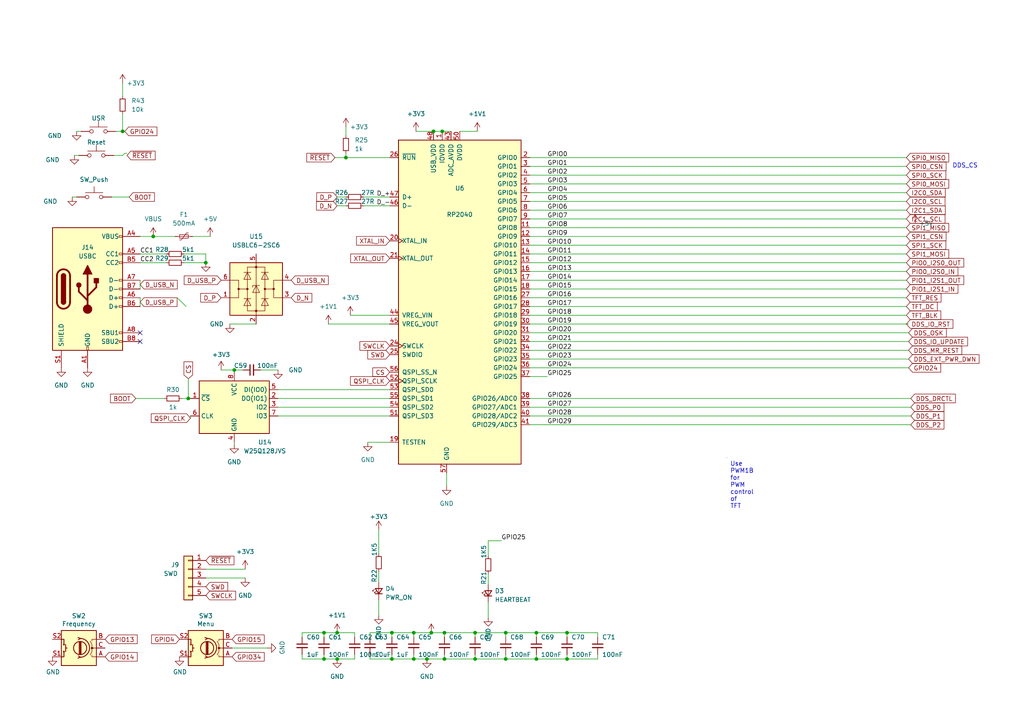
<source format=kicad_sch>
(kicad_sch (version 20230121) (generator eeschema)
  (paper "A4")
  (lib_symbols
    (symbol "Connector:USB_C_Receptacle_USB2.0" (pin_names (offset 1.016))
      (property "Reference" "J" (at -10.16 19.05 0))
      (property "Value" "USB_C_Receptacle_USB2.0" (at 19.05 19.05 0))
      (symbol "USB_C_Receptacle_USB2.0_1_1"
        (pin passive line (at 0 -22.86 90) (length 5.08) (name "GND") (number "A1"))
        (pin passive line (at 0 -22.86 90) (length 5.08) hide (name "GND") (number "A12"))
        (pin passive line (at 15.24 15.24 180) (length 5.08) (name "VBUS") (number "A4"))
        (pin bidirectional line (at 15.24 10.16 180) (length 5.08) (name "CC1") (number "A5"))
        (pin bidirectional line (at 15.24 -2.54 180) (length 5.08) (name "D+") (number "A6"))
        (pin bidirectional line (at 15.24 2.54 180) (length 5.08) (name "D-") (number "A7"))
        (pin bidirectional line (at 15.24 -12.7 180) (length 5.08) (name "SBU1") (number "A8"))
        (pin passive line (at 15.24 15.24 180) (length 5.08) hide (name "VBUS") (number "A9"))
        (pin passive line (at 0 -22.86 90) (length 5.08) hide (name "GND") (number "B1"))
        (pin passive line (at 0 -22.86 90) (length 5.08) hide (name "GND") (number "B12"))
        (pin passive line (at 15.24 15.24 180) (length 5.08) hide (name "VBUS") (number "B4"))
        (pin bidirectional line (at 15.24 7.62 180) (length 5.08) (name "CC2") (number "B5"))
        (pin bidirectional line (at 15.24 -5.08 180) (length 5.08) (name "D+") (number "B6"))
        (pin bidirectional line (at 15.24 0 180) (length 5.08) (name "D-") (number "B7"))
        (pin bidirectional line (at 15.24 -15.24 180) (length 5.08) (name "SBU2") (number "B8"))
        (pin passive line (at 15.24 15.24 180) (length 5.08) hide (name "VBUS") (number "B9"))
        (pin passive line (at -7.62 -22.86 90) (length 5.08) (name "SHIELD") (number "S1"))
      )
    )
    (symbol "Connector_Generic:Conn_01x05" (pin_names (offset 1.016) hide)
      (property "Reference" "J" (at 0 7.62 0))
      (property "Value" "Conn_01x05" (at 0 -7.62 0))
      (symbol "Conn_01x05_1_1"
        (pin passive line (at -5.08 5.08 0) (length 3.81) (name "Pin_1") (number "1"))
        (pin passive line (at -5.08 2.54 0) (length 3.81) (name "Pin_2") (number "2"))
        (pin passive line (at -5.08 0 0) (length 3.81) (name "Pin_3") (number "3"))
        (pin passive line (at -5.08 -2.54 0) (length 3.81) (name "Pin_4") (number "4"))
        (pin passive line (at -5.08 -5.08 0) (length 3.81) (name "Pin_5") (number "5"))
      )
    )
    (symbol "Device:C_Small" (pin_numbers hide) (pin_names (offset 0.254) hide)
      (property "Reference" "C" (at 0.254 1.778 0))
      (property "Value" "C_Small" (at 0.254 -2.032 0))
      (symbol "C_Small_1_1"
        (pin passive line (at 0 2.54 270) (length 2.032) (name "~") (number "1"))
        (pin passive line (at 0 -2.54 90) (length 2.032) (name "~") (number "2"))
      )
    )
    (symbol "Device:LED_Small" (pin_numbers hide) (pin_names (offset 0.254) hide)
      (property "Reference" "D" (at -1.27 3.175 0))
      (property "Value" "LED_Small" (at -4.445 -2.54 0))
      (symbol "LED_Small_1_1"
        (pin passive line (at -2.54 0 0) (length 1.778) (name "K") (number "1"))
        (pin passive line (at 2.54 0 180) (length 1.778) (name "A") (number "2"))
      )
    )
    (symbol "Device:Polyfuse_Small" (pin_numbers hide) (pin_names (offset 0))
      (property "Reference" "F" (at -1.905 0 90))
      (property "Value" "Polyfuse_Small" (at 1.905 0 90))
      (symbol "Polyfuse_Small_1_1"
        (pin passive line (at 0 2.54 270) (length 0.635) (name "~") (number "1"))
        (pin passive line (at 0 -2.54 90) (length 0.635) (name "~") (number "2"))
      )
    )
    (symbol "Device:R_Small" (pin_numbers hide) (pin_names (offset 0.254) hide)
      (property "Reference" "R" (at 0.762 0.508 0))
      (property "Value" "R_Small" (at 0.762 -1.016 0))
      (symbol "R_Small_1_1"
        (pin passive line (at 0 2.54 270) (length 0.762) (name "~") (number "1"))
        (pin passive line (at 0 -2.54 90) (length 0.762) (name "~") (number "2"))
      )
    )
    (symbol "Memory_Flash:W25Q128JVS"
      (property "Reference" "U14" (at 8.89 -10.16 0))
      (property "Value" "W25Q128JVS" (at 8.89 -12.7 0))
      (symbol "W25Q128JVS_1_1"
        (pin input line (at -12.7 2.54 0) (length 2.54) (name "~{CS}") (number "1"))
        (pin bidirectional line (at 12.7 2.54 180) (length 2.54) (name "DO(IO1)") (number "2"))
        (pin bidirectional line (at 12.7 0 180) (length 2.54) (name "IO2") (number "3"))
        (pin power_in line (at 0 -10.16 90) (length 2.54) (name "GND") (number "4"))
        (pin bidirectional line (at 12.7 5.08 180) (length 2.54) (name "DI(IO0)") (number "5"))
        (pin input line (at -12.7 -2.54 0) (length 2.54) (name "CLK") (number "6"))
        (pin bidirectional line (at 12.7 -2.54 180) (length 2.54) (name "IO3") (number "7"))
        (pin power_in line (at 0 10.16 270) (length 2.54) (name "VCC") (number "8"))
      )
    )
    (symbol "Power_Protection:USBLC6-2SC6" (pin_names hide)
      (property "Reference" "U" (at 2.54 8.89 0))
      (property "Value" "USBLC6-2SC6" (at 2.54 -8.89 0))
      (symbol "USBLC6-2SC6_1_1"
        (pin passive line (at -10.16 -2.54 0) (length 2.54) (name "I/O1") (number "1"))
        (pin passive line (at 0 -10.16 90) (length 2.54) (name "GND") (number "2"))
        (pin passive line (at 10.16 -2.54 180) (length 2.54) (name "I/O2") (number "3"))
        (pin passive line (at 10.16 2.54 180) (length 2.54) (name "I/O2") (number "4"))
        (pin passive line (at 0 10.16 270) (length 2.54) (name "VBUS") (number "5"))
        (pin passive line (at -10.16 2.54 0) (length 2.54) (name "I/O1") (number "6"))
      )
    )
    (symbol "Sleep-lib:RP2040" (pin_names (offset 1.016))
      (property "Reference" "U" (at 8.89 51.435 0))
      (property "Value" "RP2040" (at 8.89 48.895 0))
      (symbol "RP2040_1_1"
        (pin power_in line (at -5.08 50.8 270) (length 2.54) (name "IOVDD") (number "1"))
        (pin power_in line (at -5.08 50.8 270) (length 2.54) hide (name "IOVDD") (number "10"))
        (pin input line (at 20.32 22.86 180) (length 2.54) (name "GPIO8") (number "11"))
        (pin input line (at 20.32 20.32 180) (length 2.54) (name "GPIO9") (number "12"))
        (pin input line (at 20.32 17.78 180) (length 2.54) (name "GPIO10") (number "13"))
        (pin input line (at 20.32 15.24 180) (length 2.54) (name "GPIO11") (number "14"))
        (pin input line (at 20.32 12.7 180) (length 2.54) (name "GPIO12") (number "15"))
        (pin input line (at 20.32 10.16 180) (length 2.54) (name "GPIO13") (number "16"))
        (pin input line (at 20.32 7.62 180) (length 2.54) (name "GPIO14") (number "17"))
        (pin input line (at 20.32 5.08 180) (length 2.54) (name "GPIO15") (number "18"))
        (pin input line (at -20.32 -39.37 0) (length 2.54) (name "TESTEN") (number "19"))
        (pin input line (at 20.32 43.18 180) (length 2.54) (name "GPIO0") (number "2"))
        (pin input clock (at -20.32 19.05 0) (length 2.54) (name "XTAL_IN") (number "20"))
        (pin input clock (at -20.32 13.97 0) (length 2.54) (name "XTAL_OUT") (number "21"))
        (pin power_in line (at -5.08 50.8 270) (length 2.54) hide (name "IOVDD") (number "22"))
        (pin power_in line (at 0 50.8 270) (length 2.54) hide (name "DVDD") (number "23"))
        (pin input clock (at -20.32 -11.43 0) (length 2.54) (name "SWCLK") (number "24"))
        (pin bidirectional line (at -20.32 -13.97 0) (length 2.54) (name "SWDIO") (number "25"))
        (pin input line (at -20.32 43.18 0) (length 2.54) (name "~{RUN}") (number "26"))
        (pin input line (at 20.32 2.54 180) (length 2.54) (name "GPIO16") (number "27"))
        (pin input line (at 20.32 0 180) (length 2.54) (name "GPIO17") (number "28"))
        (pin input line (at 20.32 -2.54 180) (length 2.54) (name "GPIO18") (number "29"))
        (pin input line (at 20.32 40.64 180) (length 2.54) (name "GPIO1") (number "3"))
        (pin input line (at 20.32 -5.08 180) (length 2.54) (name "GPIO19") (number "30"))
        (pin input line (at 20.32 -7.62 180) (length 2.54) (name "GPIO20") (number "31"))
        (pin input line (at 20.32 -10.16 180) (length 2.54) (name "GPIO21") (number "32"))
        (pin power_in line (at -5.08 50.8 270) (length 2.54) hide (name "IOVDD") (number "33"))
        (pin input line (at 20.32 -12.7 180) (length 2.54) (name "GPIO22") (number "34"))
        (pin input line (at 20.32 -15.24 180) (length 2.54) (name "GPIO23") (number "35"))
        (pin input line (at 20.32 -17.78 180) (length 2.54) (name "GPIO24") (number "36"))
        (pin input line (at 20.32 -20.32 180) (length 2.54) (name "GPIO25") (number "37"))
        (pin input line (at 20.32 -26.67 180) (length 2.54) (name "GPIO26/ADC0") (number "38"))
        (pin input line (at 20.32 -29.21 180) (length 2.54) (name "GPIO27/ADC1") (number "39"))
        (pin input line (at 20.32 38.1 180) (length 2.54) (name "GPIO2") (number "4"))
        (pin input line (at 20.32 -31.75 180) (length 2.54) (name "GPIO28/ADC2") (number "40"))
        (pin input line (at 20.32 -34.29 180) (length 2.54) (name "GPIO29/ADC3") (number "41"))
        (pin power_in line (at -5.08 50.8 270) (length 2.54) hide (name "IOVDD") (number "42"))
        (pin power_in line (at -2.54 50.8 270) (length 2.54) (name "ADC_AVDD") (number "43"))
        (pin power_in line (at -20.32 -2.54 0) (length 2.54) (name "VREG_VIN") (number "44"))
        (pin power_out line (at -20.32 -5.08 0) (length 2.54) (name "VREG_VOUT") (number "45"))
        (pin bidirectional line (at -20.32 29.21 0) (length 2.54) (name "D-") (number "46"))
        (pin bidirectional line (at -20.32 31.75 0) (length 2.54) (name "D+") (number "47"))
        (pin power_in line (at -7.62 50.8 270) (length 2.54) (name "USB_VDD") (number "48"))
        (pin power_in line (at -5.08 50.8 270) (length 2.54) hide (name "IOVDD") (number "49"))
        (pin input line (at 20.32 35.56 180) (length 2.54) (name "GPIO3") (number "5"))
        (pin power_in line (at 0 50.8 270) (length 2.54) (name "DVDD") (number "50"))
        (pin bidirectional line (at -20.32 -31.75 0) (length 2.54) (name "QSPI_SD3") (number "51"))
        (pin input clock (at -20.32 -21.59 0) (length 2.54) (name "QSPI_SCLK") (number "52"))
        (pin bidirectional line (at -20.32 -24.13 0) (length 2.54) (name "QSPI_SD0") (number "53"))
        (pin bidirectional line (at -20.32 -29.21 0) (length 2.54) (name "QSPI_SD2") (number "54"))
        (pin bidirectional line (at -20.32 -26.67 0) (length 2.54) (name "QSPI_SD1") (number "55"))
        (pin bidirectional line (at -20.32 -19.05 0) (length 2.54) (name "QSPI_SS_N") (number "56"))
        (pin power_in line (at -3.81 -48.26 90) (length 2.54) (name "GND") (number "57"))
        (pin input line (at 20.32 33.02 180) (length 2.54) (name "GPIO4") (number "6"))
        (pin input line (at 20.32 30.48 180) (length 2.54) (name "GPIO5") (number "7"))
        (pin input line (at 20.32 27.94 180) (length 2.54) (name "GPIO6") (number "8"))
        (pin input line (at 20.32 25.4 180) (length 2.54) (name "GPIO7") (number "9"))
      )
    )
    (symbol "Switch:SW_Push" (pin_numbers hide) (pin_names (offset 1.016) hide)
      (property "Reference" "SW" (at 1.27 2.54 0))
      (property "Value" "SW_Push" (at 0 -1.524 0))
      (symbol "SW_Push_0_1"
        (pin passive line (at -5.08 0 0) (length 2.54) (name "1") (number "1"))
        (pin passive line (at 5.08 0 180) (length 2.54) (name "2") (number "2"))
      )
    )
    (symbol "Tayloe-Mixer-v3-rescue:Rotary_Encoder_Switch-Device" (pin_names (offset 0.254) hide)
      (property "Reference" "SW" (at 0 6.604 0))
      (property "Value" "Rotary_Encoder_Switch-Device" (at 0 -6.604 0))
      (symbol "Rotary_Encoder_Switch-Device_1_1"
        (pin passive line (at -7.62 2.54 0) (length 2.54) (name "A") (number "A"))
        (pin passive line (at -7.62 -2.54 0) (length 2.54) (name "B") (number "B"))
        (pin passive line (at -7.62 0 0) (length 2.54) (name "C") (number "C"))
        (pin passive line (at 7.62 2.54 180) (length 2.54) (name "S1") (number "S1"))
        (pin passive line (at 7.62 -2.54 180) (length 2.54) (name "S2") (number "S2"))
      )
    )
    (symbol "power:+1V1" (power) (pin_names (offset 0))
      (property "Value" "+1V1" (at 0 3.556 0))
      (symbol "+1V1_1_1"
        (pin power_in line (at 0 0 90) (length 0) hide (name "+1V1") (number "1"))
      )
    )
    (symbol "power:+3V3" (power) (pin_names (offset 0))
      (property "Value" "+3V3" (at 0 3.556 0))
      (symbol "+3V3_1_1"
        (pin power_in line (at 0 0 90) (length 0) hide (name "+3V3") (number "1"))
      )
    )
    (symbol "power:+5V" (power) (pin_names (offset 0))
      (property "Value" "+5V" (at 0 3.556 0))
      (symbol "+5V_1_1"
        (pin power_in line (at 0 0 90) (length 0) hide (name "+5V") (number "1"))
      )
    )
    (symbol "power:GND" (power) (pin_names (offset 0))
      (property "Value" "GND" (at 0 -3.81 0))
      (symbol "GND_1_1"
        (pin power_in line (at 0 0 270) (length 0) hide (name "GND") (number "1"))
      )
    )
    (symbol "power:VBUS" (power) (pin_names (offset 0))
      (property "Value" "VBUS" (at 0 3.81 0))
      (symbol "VBUS_1_1"
        (pin power_in line (at 0 0 90) (length 0) hide (name "VBUS") (number "1"))
      )
    )
  )
  (junction (at 113.665 191.135))
  (junction (at 113.665 183.515))
  (junction (at 123.825 191.135))
  (junction (at 97.79 183.515))
  (junction (at 120.015 191.135))
  (junction (at 146.685 183.515))
  (junction (at 67.945 107.315))
  (junction (at 100.33 45.72))
  (junction (at 59.69 76.2))
  (junction (at 93.98 183.515))
  (junction (at 128.905 183.515))
  (junction (at 137.795 183.515))
  (junction (at 146.685 191.135))
  (junction (at 120.015 183.515))
  (junction (at 155.575 191.135))
  (junction (at 44.45 68.58))
  (junction (at 128.27 38.1))
  (junction (at 128.905 191.135))
  (junction (at 125.095 183.515))
  (junction (at 93.98 191.135))
  (junction (at 164.465 183.515))
  (junction (at 155.575 183.515))
  (junction (at 97.79 191.135))
  (junction (at 54.61 115.57))
  (junction (at 35.56 38.1))
  (junction (at 164.465 191.135))
  (junction (at 125.73 38.1))
  (junction (at 137.795 191.135))
  (no_connect (at 40.64 96.52))
  (no_connect (at 40.64 99.06))
  (bus_entry (at 51.435 86.36) (size 2.54 2.54))
  (wire (pts (xy 141.605 166.37) (xy 141.605 169.545)))
  (wire (pts (xy 80.645 120.65) (xy 113.03 120.65)))
  (wire (pts (xy 36.83 44.45) (xy 36.195 44.45)))
  (wire (pts (xy 137.795 183.515) (xy 137.795 184.785)))
  (wire (pts (xy 153.67 78.74) (xy 262.89 78.74)))
  (wire (pts (xy 120.65 38.1) (xy 125.73 38.1)))
  (wire (pts (xy 141.605 156.845) (xy 145.415 156.845)))
  (wire (pts (xy 64.135 107.315) (xy 67.945 107.315)))
  (wire (pts (xy 153.67 86.36) (xy 262.89 86.36)))
  (wire (pts (xy 53.34 73.66) (xy 59.69 73.66)))
  (wire (pts (xy 55.88 68.58) (xy 60.96 68.58)))
  (wire (pts (xy 153.67 55.88) (xy 262.89 55.88)))
  (wire (pts (xy 128.905 191.135) (xy 137.795 191.135)))
  (wire (pts (xy 93.98 183.515) (xy 87.63 183.515)))
  (wire (pts (xy 20.955 57.15) (xy 22.225 57.15)))
  (wire (pts (xy 67.945 107.315) (xy 67.945 107.95)))
  (wire (pts (xy 80.645 118.11) (xy 113.03 118.11)))
  (wire (pts (xy 164.465 191.135) (xy 164.465 189.865)))
  (wire (pts (xy 128.905 183.515) (xy 137.795 183.515)))
  (wire (pts (xy 153.67 123.19) (xy 264.16 123.19)))
  (wire (pts (xy 21.59 45.085) (xy 22.86 45.085)))
  (wire (pts (xy 146.685 191.135) (xy 155.575 191.135)))
  (wire (pts (xy 100.33 44.45) (xy 100.33 45.72)))
  (wire (pts (xy 80.645 113.03) (xy 113.03 113.03)))
  (wire (pts (xy 164.465 183.515) (xy 173.355 183.515)))
  (wire (pts (xy 141.605 179.07) (xy 141.605 174.625)))
  (wire (pts (xy 36.195 44.45) (xy 35.56 45.085)))
  (wire (pts (xy 164.465 191.135) (xy 173.355 191.135)))
  (wire (pts (xy 100.33 36.83) (xy 100.33 39.37)))
  (wire (pts (xy 153.67 83.82) (xy 262.89 83.82)))
  (wire (pts (xy 125.095 183.515) (xy 128.905 183.515)))
  (wire (pts (xy 35.56 38.1) (xy 36.195 38.1)))
  (wire (pts (xy 33.655 38.1) (xy 35.56 38.1)))
  (wire (pts (xy 153.67 63.5) (xy 262.89 63.5)))
  (wire (pts (xy 120.015 183.515) (xy 120.015 184.785)))
  (wire (pts (xy 32.385 57.15) (xy 37.465 57.15)))
  (wire (pts (xy 153.67 115.57) (xy 264.16 115.57)))
  (wire (pts (xy 40.64 76.2) (xy 48.26 76.2)))
  (wire (pts (xy 35.56 24.13) (xy 35.56 27.94)))
  (wire (pts (xy 97.79 183.515) (xy 102.87 183.515)))
  (wire (pts (xy 129.54 140.97) (xy 129.54 137.16)))
  (wire (pts (xy 101.6 91.44) (xy 113.03 91.44)))
  (wire (pts (xy 66.675 93.98) (xy 74.295 93.98)))
  (wire (pts (xy 80.645 115.57) (xy 113.03 115.57)))
  (wire (pts (xy 54.61 109.855) (xy 54.61 115.57)))
  (wire (pts (xy 109.855 165.735) (xy 109.855 168.91)))
  (wire (pts (xy 40.64 86.36) (xy 40.64 88.9)))
  (wire (pts (xy 97.79 57.15) (xy 100.33 57.15)))
  (wire (pts (xy 52.705 115.57) (xy 54.61 115.57)))
  (wire (pts (xy 164.465 183.515) (xy 164.465 184.785)))
  (wire (pts (xy 153.67 48.26) (xy 262.89 48.26)))
  (wire (pts (xy 71.12 167.64) (xy 59.69 167.64)))
  (wire (pts (xy 100.33 45.72) (xy 113.03 45.72)))
  (wire (pts (xy 22.225 38.1) (xy 23.495 38.1)))
  (wire (pts (xy 153.67 96.52) (xy 263.525 96.52)))
  (wire (pts (xy 107.315 191.135) (xy 113.665 191.135)))
  (wire (pts (xy 120.015 183.515) (xy 113.665 183.515)))
  (wire (pts (xy 153.67 118.11) (xy 264.16 118.11)))
  (wire (pts (xy 105.41 57.15) (xy 113.03 57.15)))
  (wire (pts (xy 146.685 183.515) (xy 146.685 184.785)))
  (wire (pts (xy 153.67 101.6) (xy 263.525 101.6)))
  (wire (pts (xy 128.27 38.1) (xy 130.81 38.1)))
  (wire (pts (xy 120.015 191.135) (xy 123.825 191.135)))
  (wire (pts (xy 97.155 45.72) (xy 100.33 45.72)))
  (wire (pts (xy 141.605 156.845) (xy 141.605 161.29)))
  (wire (pts (xy 153.67 73.66) (xy 262.89 73.66)))
  (wire (pts (xy 155.575 189.865) (xy 155.575 191.135)))
  (wire (pts (xy 137.795 183.515) (xy 146.685 183.515)))
  (wire (pts (xy 109.855 153.67) (xy 109.855 160.655)))
  (wire (pts (xy 35.56 33.02) (xy 35.56 38.1)))
  (wire (pts (xy 153.67 120.65) (xy 264.16 120.65)))
  (wire (pts (xy 107.315 183.515) (xy 113.665 183.515)))
  (wire (pts (xy 128.905 183.515) (xy 128.905 184.785)))
  (wire (pts (xy 93.98 183.515) (xy 93.98 184.785)))
  (wire (pts (xy 173.355 183.515) (xy 173.355 184.785)))
  (wire (pts (xy 153.67 60.96) (xy 262.89 60.96)))
  (wire (pts (xy 113.665 189.865) (xy 113.665 191.135)))
  (wire (pts (xy 107.315 189.865) (xy 107.315 191.135)))
  (wire (pts (xy 153.67 58.42) (xy 262.89 58.42)))
  (wire (pts (xy 113.665 191.135) (xy 120.015 191.135)))
  (wire (pts (xy 97.79 59.69) (xy 100.33 59.69)))
  (wire (pts (xy 67.945 107.315) (xy 70.485 107.315)))
  (wire (pts (xy 97.79 191.135) (xy 102.87 191.135)))
  (wire (pts (xy 105.41 59.69) (xy 113.03 59.69)))
  (wire (pts (xy 153.67 76.2) (xy 262.89 76.2)))
  (wire (pts (xy 40.64 68.58) (xy 44.45 68.58)))
  (wire (pts (xy 53.34 76.2) (xy 59.69 76.2)))
  (wire (pts (xy 97.79 183.515) (xy 93.98 183.515)))
  (wire (pts (xy 153.67 106.68) (xy 263.525 106.68)))
  (wire (pts (xy 137.795 191.135) (xy 146.685 191.135)))
  (wire (pts (xy 128.905 191.135) (xy 128.905 189.865)))
  (wire (pts (xy 102.87 191.135) (xy 102.87 189.865)))
  (wire (pts (xy 133.35 38.1) (xy 138.43 38.1)))
  (wire (pts (xy 173.355 191.135) (xy 173.355 189.865)))
  (wire (pts (xy 153.67 53.34) (xy 262.89 53.34)))
  (wire (pts (xy 106.68 128.27) (xy 113.03 128.27)))
  (wire (pts (xy 153.67 50.8) (xy 262.89 50.8)))
  (wire (pts (xy 155.575 191.135) (xy 164.465 191.135)))
  (wire (pts (xy 59.69 165.1) (xy 71.12 165.1)))
  (wire (pts (xy 55.245 120.65) (xy 55.245 121.285)))
  (wire (pts (xy 120.015 189.865) (xy 120.015 191.135)))
  (wire (pts (xy 153.67 45.72) (xy 262.89 45.72)))
  (wire (pts (xy 75.565 107.315) (xy 80.645 107.315)))
  (wire (pts (xy 87.63 191.135) (xy 93.98 191.135)))
  (wire (pts (xy 153.67 68.58) (xy 262.89 68.58)))
  (wire (pts (xy 40.64 73.66) (xy 48.26 73.66)))
  (wire (pts (xy 87.63 183.515) (xy 87.63 184.785)))
  (wire (pts (xy 54.61 115.57) (xy 55.245 115.57)))
  (wire (pts (xy 33.02 45.085) (xy 35.56 45.085)))
  (wire (pts (xy 155.575 183.515) (xy 164.465 183.515)))
  (wire (pts (xy 102.87 183.515) (xy 102.87 184.785)))
  (wire (pts (xy 93.98 189.865) (xy 93.98 191.135)))
  (wire (pts (xy 39.37 115.57) (xy 47.625 115.57)))
  (wire (pts (xy 93.98 191.135) (xy 97.79 191.135)))
  (wire (pts (xy 109.855 178.435) (xy 109.855 173.99)))
  (wire (pts (xy 153.67 88.9) (xy 262.89 88.9)))
  (wire (pts (xy 153.67 81.28) (xy 262.89 81.28)))
  (wire (pts (xy 153.67 91.44) (xy 262.89 91.44)))
  (wire (pts (xy 77.47 187.96) (xy 67.31 187.96)))
  (wire (pts (xy 153.67 66.04) (xy 262.89 66.04)))
  (wire (pts (xy 120.015 183.515) (xy 125.095 183.515)))
  (wire (pts (xy 87.63 189.865) (xy 87.63 191.135)))
  (wire (pts (xy 153.67 99.06) (xy 263.525 99.06)))
  (wire (pts (xy 67.945 128.27) (xy 67.945 128.905)))
  (wire (pts (xy 137.795 191.135) (xy 137.795 189.865)))
  (wire (pts (xy 153.67 104.14) (xy 263.525 104.14)))
  (wire (pts (xy 125.73 38.1) (xy 128.27 38.1)))
  (wire (pts (xy 155.575 183.515) (xy 155.575 184.785)))
  (wire (pts (xy 59.69 73.66) (xy 59.69 76.2)))
  (wire (pts (xy 153.67 71.12) (xy 262.89 71.12)))
  (wire (pts (xy 107.315 184.785) (xy 107.315 183.515)))
  (wire (pts (xy 113.665 183.515) (xy 113.665 184.785)))
  (wire (pts (xy 153.67 93.98) (xy 263.525 93.98)))
  (wire (pts (xy 146.685 189.865) (xy 146.685 191.135)))
  (wire (pts (xy 153.67 109.22) (xy 158.75 109.22)))
  (wire (pts (xy 146.685 183.515) (xy 155.575 183.515)))
  (wire (pts (xy 113.03 93.98) (xy 95.25 93.98)))
  (wire (pts (xy 123.825 191.135) (xy 128.905 191.135)))
  (wire (pts (xy 40.64 81.28) (xy 40.64 83.82)))
  (wire (pts (xy 44.45 68.58) (xy 50.8 68.58)))
  (text_box "Use PWM1B for PWM control of TFT" (at 210.82 132.715 0) (size 0 0) (effects (font (size 1.27 1.27)) (justify left top)))
  (text "DDS_CS" (at 276.225 48.895 0) (effects (font (size 1.27 1.27)) (justify left bottom)))
  (label "GPIO21" (at 158.75 99.06 0))
  (label "GPIO12" (at 158.75 76.2 0))
  (label "GPIO27" (at 158.75 118.11 0))
  (label "GPIO20" (at 158.75 96.52 0))
  (label "D_+" (at 109.22 57.15 0))
  (label "GPIO16" (at 158.75 86.36 0))
  (label "D_-" (at 109.22 59.69 0))
  (label "GPIO17" (at 158.75 88.9 0))
  (label "GPIO2" (at 158.75 50.8 0))
  (label "GPIO11" (at 158.75 73.66 0))
  (label "GPIO29" (at 158.75 123.19 0))
  (label "GPIO22" (at 158.75 101.6 0))
  (label "GPIO23" (at 158.75 104.14 0))
  (label "GPIO14" (at 158.75 81.28 0))
  (label "CC1" (at 40.64 73.66 0))
  (label "GPIO24" (at 158.75 106.68 0))
  (label "GPIO0" (at 158.75 45.72 0))
  (label "GPIO3" (at 158.75 53.34 0))
  (label "GPIO7" (at 158.75 63.5 0))
  (label "GPIO19" (at 158.75 93.98 0))
  (label "GPIO28" (at 158.75 120.65 0))
  (label "GPIO10" (at 158.75 71.12 0))
  (label "GPIO26" (at 158.75 115.57 0))
  (label "GPIO8" (at 158.75 66.04 0))
  (label "GPIO5" (at 158.75 58.42 0))
  (label "CC2" (at 40.64 76.2 0))
  (label "GPIO25" (at 145.415 156.845 0))
  (label "GPIO25" (at 158.75 109.22 0))
  (label "GPIO1" (at 158.75 48.26 0))
  (label "GPIO18" (at 158.75 91.44 0))
  (label "GPIO4" (at 158.75 55.88 0))
  (label "GPIO13" (at 158.75 78.74 0))
  (label "GPIO9" (at 158.75 68.58 0))
  (label "GPIO6" (at 158.75 60.96 0))
  (label "GPIO15" (at 158.75 83.82 0))
  (global_label "DDS_P0" (shape input) (at 264.16 118.11 0) (property "Intersheetrefs" "${INTERSHEET_REFS}" (effects hide)))
  (global_label "D_P" (shape input) (at 64.135 86.36 180) (property "Intersheetrefs" "${INTERSHEET_REFS}" (effects hide)))
  (global_label "D_USB_N" (shape input) (at 40.64 82.55 0) (property "Intersheetrefs" "${INTERSHEET_REFS}" (effects hide)))
  (global_label "GPIO4" (shape input) (at 52.07 185.42 180) (property "Intersheetrefs" "${INTERSHEET_REFS}" (effects hide)))
  (global_label "I2C1_SCL" (shape input) (at 262.89 63.5 0) (property "Intersheetrefs" "${INTERSHEET_REFS}" (effects hide)))
  (global_label "D_P" (shape input) (at 97.79 57.15 180) (property "Intersheetrefs" "${INTERSHEET_REFS}" (effects hide)))
  (global_label "SWD" (shape input) (at 59.69 170.18 0) (property "Intersheetrefs" "${INTERSHEET_REFS}" (effects hide)))
  (global_label "CS" (shape input) (at 54.61 109.855 90) (property "Intersheetrefs" "${INTERSHEET_REFS}" (effects hide)))
  (global_label "SPI0_MOSI" (shape input) (at 262.89 53.34 0) (property "Intersheetrefs" "${INTERSHEET_REFS}" (effects hide)))
  (global_label "QSPI_CLK" (shape input) (at 55.245 121.285 180) (property "Intersheetrefs" "${INTERSHEET_REFS}" (effects hide)))
  (global_label "PIO1_I2S1_IN" (shape input) (at 262.89 83.82 0) (property "Intersheetrefs" "${INTERSHEET_REFS}" (effects hide)))
  (global_label "SPI1_MOSI" (shape input) (at 262.89 73.66 0) (property "Intersheetrefs" "${INTERSHEET_REFS}" (effects hide)))
  (global_label "I2C1_SDA" (shape input) (at 262.89 60.96 0) (property "Intersheetrefs" "${INTERSHEET_REFS}" (effects hide)))
  (global_label "DDS_IO_RST" (shape input) (at 262.89 93.98 0) (property "Intersheetrefs" "${INTERSHEET_REFS}" (effects hide)))
  (global_label "SPI0_MISO" (shape input) (at 262.89 45.72 0) (property "Intersheetrefs" "${INTERSHEET_REFS}" (effects hide)))
  (global_label "GPIO24" (shape input) (at 36.195 38.1 0) (property "Intersheetrefs" "${INTERSHEET_REFS}" (effects hide)))
  (global_label "GPIO14" (shape input) (at 30.48 190.5 0) (property "Intersheetrefs" "${INTERSHEET_REFS}" (effects hide)))
  (global_label "D_USB_N" (shape input) (at 84.455 81.28 0) (property "Intersheetrefs" "${INTERSHEET_REFS}" (effects hide)))
  (global_label "DDS_IO_UPDATE" (shape input) (at 263.525 99.06 0) (property "Intersheetrefs" "${INTERSHEET_REFS}" (effects hide)))
  (global_label "SPI1_MISO" (shape input) (at 262.89 66.04 0) (property "Intersheetrefs" "${INTERSHEET_REFS}" (effects hide)))
  (global_label "PIO0_I2S0_IN" (shape input) (at 262.89 78.74 0) (property "Intersheetrefs" "${INTERSHEET_REFS}" (effects hide)))
  (global_label "TFT_DC" (shape input) (at 262.89 88.9 0) (property "Intersheetrefs" "${INTERSHEET_REFS}" (effects hide)))
  (global_label "SPI1_SCK" (shape input) (at 262.89 71.12 0) (property "Intersheetrefs" "${INTERSHEET_REFS}" (effects hide)))
  (global_label "~{RESET}" (shape input) (at 97.155 45.72 180) (property "Intersheetrefs" "${INTERSHEET_REFS}" (effects hide)))
  (global_label "TFT_BLK" (shape input) (at 262.89 91.44 0) (property "Intersheetrefs" "${INTERSHEET_REFS}" (effects hide)))
  (global_label "QSPI_CLK" (shape input) (at 113.03 110.49 180) (property "Intersheetrefs" "${INTERSHEET_REFS}" (effects hide)))
  (global_label "CS" (shape input) (at 113.03 107.95 180) (property "Intersheetrefs" "${INTERSHEET_REFS}" (effects hide)))
  (global_label "SPI1_CSN" (shape input) (at 262.89 68.58 0) (property "Intersheetrefs" "${INTERSHEET_REFS}" (effects hide)))
  (global_label "D_USB_P" (shape input) (at 64.135 81.28 180) (property "Intersheetrefs" "${INTERSHEET_REFS}" (effects hide)))
  (global_label "BOOT" (shape input) (at 39.37 115.57 180) (property "Intersheetrefs" "${INTERSHEET_REFS}" (effects hide)))
  (global_label "BOOT" (shape input) (at 37.465 57.15 0) (property "Intersheetrefs" "${INTERSHEET_REFS}" (effects hide)))
  (global_label "I2C0_SDA" (shape input) (at 262.89 55.88 0) (property "Intersheetrefs" "${INTERSHEET_REFS}" (effects hide)))
  (global_label "~{RESET}" (shape input) (at 36.83 45.085 0) (property "Intersheetrefs" "${INTERSHEET_REFS}" (effects hide)))
  (global_label "TFT_RES" (shape input) (at 262.89 86.36 0) (property "Intersheetrefs" "${INTERSHEET_REFS}" (effects hide)))
  (global_label "SPI0_SCK" (shape input) (at 262.89 50.8 0) (property "Intersheetrefs" "${INTERSHEET_REFS}" (effects hide)))
  (global_label "SWCLK" (shape input) (at 59.69 172.72 0) (property "Intersheetrefs" "${INTERSHEET_REFS}" (effects hide)))
  (global_label "~{RESET}" (shape input) (at 59.69 162.56 0) (property "Intersheetrefs" "${INTERSHEET_REFS}" (effects hide)))
  (global_label "D_N" (shape input) (at 84.455 86.36 0) (property "Intersheetrefs" "${INTERSHEET_REFS}" (effects hide)))
  (global_label "D_N" (shape input) (at 97.79 59.69 180) (property "Intersheetrefs" "${INTERSHEET_REFS}" (effects hide)))
  (global_label "DDS_P1" (shape input) (at 264.16 120.65 0) (property "Intersheetrefs" "${INTERSHEET_REFS}" (effects hide)))
  (global_label "SWD" (shape input) (at 113.03 102.87 180) (property "Intersheetrefs" "${INTERSHEET_REFS}" (effects hide)))
  (global_label "DDS_OSK" (shape input) (at 263.525 96.52 0) (property "Intersheetrefs" "${INTERSHEET_REFS}" (effects hide)))
  (global_label "PIO1_I2S1_OUT" (shape input) (at 262.89 81.28 0) (property "Intersheetrefs" "${INTERSHEET_REFS}" (effects hide)))
  (global_label "GPIO15" (shape input) (at 67.31 185.42 0) (property "Intersheetrefs" "${INTERSHEET_REFS}" (effects hide)))
  (global_label "DDS_P2" (shape input) (at 264.16 123.19 0) (property "Intersheetrefs" "${INTERSHEET_REFS}" (effects hide)))
  (global_label "GPIO34" (shape input) (at 67.31 190.5 0) (property "Intersheetrefs" "${INTERSHEET_REFS}" (effects hide)))
  (global_label "GPIO13" (shape input) (at 30.48 185.42 0) (property "Intersheetrefs" "${INTERSHEET_REFS}" (effects hide)))
  (global_label "XTAL_OUT" (shape input) (at 113.03 74.93 180) (property "Intersheetrefs" "${INTERSHEET_REFS}" (effects hide)))
  (global_label "XTAL_IN" (shape input) (at 113.03 69.85 180) (property "Intersheetrefs" "${INTERSHEET_REFS}" (effects hide)))
  (global_label "DDS_MR_REST" (shape input) (at 263.525 101.6 0) (property "Intersheetrefs" "${INTERSHEET_REFS}" (effects hide)))
  (global_label "SWCLK" (shape input) (at 113.03 100.33 180) (property "Intersheetrefs" "${INTERSHEET_REFS}" (effects hide)))
  (global_label "D_USB_P" (shape input) (at 40.64 87.63 0) (property "Intersheetrefs" "${INTERSHEET_REFS}" (effects hide)))
  (global_label "GPIO24" (shape input) (at 263.525 106.68 0) (property "Intersheetrefs" "${INTERSHEET_REFS}" (effects hide)))
  (global_label "PIO0_I2S0_OUT" (shape input) (at 262.89 76.2 0) (property "Intersheetrefs" "${INTERSHEET_REFS}" (effects hide)))
  (global_label "SPI0_CSN" (shape input) (at 262.89 48.26 0) (property "Intersheetrefs" "${INTERSHEET_REFS}" (effects hide)))
  (global_label "DDS_EXT_PWR_DWN" (shape input) (at 263.525 104.14 0) (property "Intersheetrefs" "${INTERSHEET_REFS}" (effects hide)))
  (global_label "I2C0_SCL" (shape input) (at 262.89 58.42 0) (property "Intersheetrefs" "${INTERSHEET_REFS}" (effects hide)))
  (global_label "DDS_DRCTL" (shape input) (at 264.16 115.57 0) (property "Intersheetrefs" "${INTERSHEET_REFS}" (effects hide)))
  (symbol (lib_id "power:GND") (at 59.69 76.2 0) (unit 1)
    (property "Reference" "#PWR029" (effects hide))
    (property "Value" "GND" (effects hide))
    (instances (project "SDR-Transceiver" (path "" (reference "#PWR029") (unit 1))) (project "RP2040-Guide" (path "" (reference "#PWR010") (unit 1))))
  )
  (symbol (lib_id "power:+3V3") (at 120.65 38.1 0) (unit 1)
    (property "Reference" "#PWR023" (effects hide))
    (property "Value" "+3V3" (at 120.65 33.02 0))
    (instances (project "SDR-Transceiver" (path "" (reference "#PWR023") (unit 1))) (project "RP2040-Guide" (path "" (reference "#PWR05") (unit 1))))
  )
  (symbol (lib_id "power:GND") (at 109.855 178.435 0) (unit 1)
    (property "Reference" "#PWR041" (effects hide))
    (property "Value" "GND" (at 109.855 183.515 90))
  )
  (symbol (lib_id "power:GND") (at 67.945 128.905 0) (unit 1)
    (property "Reference" "#PWR032" (effects hide))
    (property "Value" "GND" (at 67.945 133.985 0))
    (instances (project "SDR-Transceiver" (path "" (reference "#PWR032") (unit 1))) (project "RP2040-Guide" (path "" (reference "#PWR011") (unit 1))))
  )
  (symbol (lib_id "Device:C_Small") (at 128.905 187.325 0) (unit 1)
    (property "Reference" "C66" (at 130.175 184.7849 0) (effects (justify left)))
    (property "Value" "100nF" (at 130.175 189.8649 0) (effects (justify left)))
    (property "Footprint" "Capacitor_SMD:C_0402_1005Metric" (effects hide))
    (property "LCSC" "C1525" (effects hide))
    (instances (project "SDR-Transceiver" (path "" (reference "C66") (unit 1))) (project "RP2040-Guide" (path "" (reference "C10") (unit 1))))
  )
  (symbol (lib_id "Device:R_Small") (at 35.56 30.48 0) (unit 1)
    (property "Reference" "R43" (at 38.1 29.2099 0) (effects (justify left)))
    (property "Value" "10k" (at 38.1 31.7499 0) (effects (justify left)))
    (property "Footprint" "Resistor_SMD:R_0402_1005Metric" (effects hide))
    (property "LCSC" "C11702" (effects hide))
    (instances (project "SDR-Transceiver" (path "" (reference "R43") (unit 1))) (project "RP2040-Guide" (path "" (reference "R2") (unit 1))))
  )
  (symbol (lib_id "Device:C_Small") (at 93.98 187.325 0) (unit 1)
    (property "Reference" "C61" (at 95.25 184.7849 0) (effects (justify left)))
    (property "Value" "100nF" (at 95.25 189.8649 0) (effects (justify left)))
    (property "Footprint" "Capacitor_SMD:C_0402_1005Metric" (effects hide))
    (property "LCSC" "C1525" (effects hide))
    (instances (project "SDR-Transceiver" (path "" (reference "C61") (unit 1))) (project "RP2040-Guide" (path "" (reference "C5") (unit 1))))
  )
  (symbol (lib_id "power:+3V3") (at 100.33 36.83 0) (unit 1)
    (property "Reference" "#PWR020" (effects hide))
    (property "Value" "+3V3" (at 104.14 36.83 0))
    (instances (project "SDR-Transceiver" (path "" (reference "#PWR020") (unit 1))) (project "RP2040-Guide" (path "" (reference "#PWR04") (unit 1))))
  )
  (symbol (lib_id "power:GND") (at 97.79 191.135 0) (unit 1)
    (property "Reference" "#PWR037" (effects hide))
    (property "Value" "GND" (at 97.79 196.215 0))
    (instances (project "SDR-Transceiver" (path "" (reference "#PWR037") (unit 1))) (project "RP2040-Guide" (path "" (reference "#PWR025") (unit 1))))
  )
  (symbol (lib_id "power:GND") (at 80.645 107.315 0) (unit 1)
    (property "Reference" "#PWR033" (effects hide))
    (property "Value" "GND" (at 85.725 107.315 0))
    (instances (project "SDR-Transceiver" (path "" (reference "#PWR033") (unit 1))) (project "RP2040-Guide" (path "" (reference "#PWR02") (unit 1))))
  )
  (symbol (lib_id "Device:Polyfuse_Small") (at 53.34 68.58 90) (unit 1)
    (property "Reference" "F1" (at 53.34 62.23 90))
    (property "Value" "500mA" (at 53.34 64.77 90))
    (property "Footprint" "Fuse:Fuse_1206_3216Metric" (effects hide))
    (property "LCSC" "C70076" (effects hide))
  )
  (symbol (lib_id "power:GND") (at 21.59 45.085 0) (unit 1)
    (property "Reference" "#PWR043" (effects hide))
    (property "Value" "GND" (at 15.24 46.355 0))
    (instances (project "SDR-Transceiver" (path "" (reference "#PWR043") (unit 1))) (project "RP2040-Guide" (path "" (reference "#PWR07") (unit 1))))
  )
  (symbol (lib_id "Device:C_Small") (at 173.355 187.325 0) (unit 1)
    (property "Reference" "C71" (at 174.625 184.7849 0) (effects (justify left)))
    (property "Value" "100nF" (at 174.625 189.8649 0) (effects (justify left)))
    (property "Footprint" "Capacitor_SMD:C_0402_1005Metric" (effects hide))
    (property "LCSC" "C1525" (effects hide))
    (instances (project "SDR-Transceiver" (path "" (reference "C71") (unit 1))) (project "RP2040-Guide" (path "" (reference "C15") (unit 1))))
  )
  (symbol (lib_id "Device:C_Small") (at 137.795 187.325 0) (unit 1)
    (property "Reference" "C67" (at 139.065 184.7849 0) (effects (justify left)))
    (property "Value" "100nF" (at 139.065 189.8649 0) (effects (justify left)))
    (property "Footprint" "Capacitor_SMD:C_0402_1005Metric" (effects hide))
    (property "LCSC" "C1525" (effects hide))
    (instances (project "SDR-Transceiver" (path "" (reference "C67") (unit 1))) (project "RP2040-Guide" (path "" (reference "C11") (unit 1))))
  )
  (symbol (lib_id "Connector_Generic:Conn_01x05") (at 54.61 167.64 0) (mirror y) (unit 1) (in_bom no)
    (property "Reference" "J9" (at 50.8 163.83 0))
    (property "Value" "SWD" (at 49.53 166.37 0))
    (property "Footprint" "Connector_PinSocket_2.54mm:PinSocket_1x05_P2.54mm_Vertical" (effects hide))
    (instances (project "SDR-Transceiver" (path "" (reference "J9") (unit 1))) (project "RP2040-Guide" (path "" (reference "J2") (unit 1))))
  )
  (symbol (lib_id "power:+3V3") (at 35.56 24.13 0) (unit 1)
    (property "Reference" "#PWR046" (effects hide))
    (property "Value" "+3V3" (at 39.37 24.13 0))
    (instances (project "SDR-Transceiver" (path "" (reference "#PWR046") (unit 1))) (project "RP2040-Guide" (path "" (reference "#PWR04") (unit 1))))
  )
  (symbol (lib_id "Connector:USB_C_Receptacle_USB2.0") (at 25.4 83.82 0) (unit 1)
    (property "Reference" "J14" (at 25.4 71.755 0))
    (property "Value" "USBC" (at 25.4 74.295 0))
    (property "Footprint" "Connector_USB:USB_C_Receptacle_HRO_TYPE-C-31-M-12" (effects hide))
    (property "Datasheet" "https://www.usb.org/sites/default/files/documents/usb_type-c.zip" (effects hide))
    (property "LCSC" "C165948" (effects hide))
    (instances (project "SDR-Transceiver" (path "" (reference "J14") (unit 1))) (project "RP2040-Guide" (path "" (reference "J1") (unit 1))))
  )
  (symbol (lib_id "power:+3V3") (at 64.135 107.315 0) (unit 1)
    (property "Reference" "#PWR044" (effects hide))
    (property "Value" "+3V3" (at 64.135 102.87 0))
    (instances (project "SDR-Transceiver" (path "" (reference "#PWR044") (unit 1))) (project "RP2040-Guide" (path "" (reference "#PWR01") (unit 1))))
  )
  (symbol (lib_id "power:+1V1") (at 138.43 38.1 0) (unit 1)
    (property "Reference" "#PWR025" (effects hide))
    (property "Value" "+1V1" (at 138.43 33.02 0))
    (instances (project "SDR-Transceiver" (path "" (reference "#PWR025") (unit 1))) (project "RP2040-Guide" (path "" (reference "#PWR06") (unit 1))))
  )
  (symbol (lib_id "Switch:SW_Push") (at 28.575 38.1 0) (unit 1) (in_bom no)
    (property "Reference" "SW1" (effects hide))
    (property "Value" "USR" (at 28.575 34.29 0))
    (property "Footprint" "Connector_PinSocket_2.54mm:PinSocket_1x02_P2.54mm_Vertical" (effects hide))
  )
  (symbol (lib_id "Device:LED_Small") (at 109.855 171.45 90) (unit 1)
    (property "Reference" "D4" (at 111.76 170.7515 90) (effects (justify right)))
    (property "Value" "PWR_ON" (at 111.76 173.2915 90) (effects (justify right)))
  )
  (symbol (lib_id "power:GND") (at 77.47 187.96 90) (unit 1)
    (property "Reference" "#PWR0189" (effects hide))
    (property "Value" "GND" (at 81.8642 187.833 0))
  )
  (symbol (lib_id "Device:C_Small") (at 87.63 187.325 0) (unit 1)
    (property "Reference" "C60" (at 88.9 184.7849 0) (effects (justify left)))
    (property "Value" "1uF" (at 88.9 189.8649 0) (effects (justify left)))
    (property "Footprint" "Capacitor_SMD:C_0402_1005Metric" (effects hide))
    (property "LCSC" "C52923" (effects hide))
    (instances (project "SDR-Transceiver" (path "" (reference "C60") (unit 1))) (project "RP2040-Guide" (path "" (reference "C4") (unit 1))))
  )
  (symbol (lib_id "Device:R_Small") (at 102.87 59.69 90) (unit 1)
    (property "Reference" "R27" (at 99.06 58.42 90))
    (property "Value" "27R" (at 106.68 58.42 90))
    (property "Footprint" "Resistor_SMD:R_0603_1608Metric" (effects hide))
    (property "LCSC" "C25190" (effects hide))
    (instances (project "SDR-Transceiver" (path "" (reference "R27") (unit 1))) (project "RP2040-Guide" (path "" (reference "R6") (unit 1))))
  )
  (symbol (lib_id "power:GND") (at 123.825 191.135 0) (unit 1)
    (property "Reference" "#PWR038" (effects hide))
    (property "Value" "GND" (at 123.825 196.215 0))
    (instances (project "SDR-Transceiver" (path "" (reference "#PWR038") (unit 1))) (project "RP2040-Guide" (path "" (reference "#PWR026") (unit 1))))
  )
  (symbol (lib_id "power:+1V1") (at 97.79 183.515 0) (unit 1)
    (property "Reference" "#PWR036" (effects hide))
    (property "Value" "+1V1" (at 97.79 178.435 0))
    (instances (project "SDR-Transceiver" (path "" (reference "#PWR036") (unit 1))) (project "RP2040-Guide" (path "" (reference "#PWR019") (unit 1))))
  )
  (symbol (lib_id "Device:C_Small") (at 146.685 187.325 0) (unit 1)
    (property "Reference" "C68" (at 147.955 184.7849 0) (effects (justify left)))
    (property "Value" "100nF" (at 147.955 189.8649 0) (effects (justify left)))
    (property "Footprint" "Capacitor_SMD:C_0402_1005Metric" (effects hide))
    (property "LCSC" "C1525" (effects hide))
    (instances (project "SDR-Transceiver" (path "" (reference "C68") (unit 1))) (project "RP2040-Guide" (path "" (reference "C12") (unit 1))))
  )
  (symbol (lib_id "power:+3V3") (at 109.855 153.67 0) (unit 1)
    (property "Reference" "#PWR042" (effects hide))
    (property "Value" "+3V3" (at 109.855 149.86 0))
  )
  (symbol (lib_id "Device:LED_Small") (at 141.605 172.085 90) (unit 1)
    (property "Reference" "D3" (at 143.51 171.3865 90) (effects (justify right)))
    (property "Value" "HEARTBEAT" (at 143.51 173.9265 90) (effects (justify right)))
  )
  (symbol (lib_id "power:GND") (at 17.78 106.68 0) (unit 1)
    (property "Reference" "#PWR026" (effects hide))
    (property "Value" "GND" (at 17.78 111.76 0))
    (instances (project "SDR-Transceiver" (path "" (reference "#PWR026") (unit 1))) (project "RP2040-Guide" (path "" (reference "#PWR014") (unit 1))))
  )
  (symbol (lib_id "power:+5V") (at 60.96 68.58 0) (unit 1)
    (property "Reference" "#PWR030" (effects hide))
    (property "Value" "+5V" (at 60.96 63.5 0))
    (instances (project "SDR-Transceiver" (path "" (reference "#PWR030") (unit 1))) (project "RP2040-Guide" (path "" (reference "#PWR09") (unit 1))))
  )
  (symbol (lib_id "power:GND") (at 22.225 38.1 0) (unit 1)
    (property "Reference" "#PWR045" (effects hide))
    (property "Value" "GND" (at 15.875 39.37 0))
    (instances (project "SDR-Transceiver" (path "" (reference "#PWR045") (unit 1))) (project "RP2040-Guide" (path "" (reference "#PWR07") (unit 1))))
  )
  (symbol (lib_id "power:GND") (at 106.68 128.27 0) (unit 1)
    (property "Reference" "#PWR022" (effects hide))
    (property "Value" "GND" (at 106.68 133.35 0))
    (instances (project "SDR-Transceiver" (path "" (reference "#PWR022") (unit 1))) (project "RP2040-Guide" (path "" (reference "#PWR031") (unit 1))))
  )
  (symbol (lib_id "power:+3V3") (at 101.6 91.44 0) (unit 1)
    (property "Reference" "#PWR021" (effects hide))
    (property "Value" "+3V3" (at 101.6 86.36 0))
    (instances (project "SDR-Transceiver" (path "" (reference "#PWR021") (unit 1))) (project "RP2040-Guide" (path "" (reference "#PWR017") (unit 1))))
  )
  (symbol (lib_id "power:+5V") (at 265.43 64.77 0) (unit 1)
    (property "Reference" "#PWR040" (effects hide))
    (property "Value" "+5V" (at 268.605 64.77 0))
    (instances (project "SDR-Transceiver" (path "" (reference "#PWR040") (unit 1))) (project "RP2040-Guide" (path "" (reference "#PWR03") (unit 1))))
  )
  (symbol (lib_id "Device:C_Small") (at 102.87 187.325 0) (unit 1)
    (property "Reference" "C62" (at 104.14 184.7849 0) (effects (justify left)))
    (property "Value" "100nF" (at 104.14 189.8649 0) (effects (justify left)))
    (property "Footprint" "Capacitor_SMD:C_0402_1005Metric" (effects hide))
    (property "LCSC" "C1525" (effects hide))
    (instances (project "SDR-Transceiver" (path "" (reference "C62") (unit 1))) (project "RP2040-Guide" (path "" (reference "C6") (unit 1))))
  )
  (symbol (lib_id "Device:R_Small") (at 50.8 73.66 90) (unit 1)
    (property "Reference" "R28" (at 46.99 72.39 90))
    (property "Value" "5k1" (at 54.61 72.39 90))
    (property "Footprint" "Resistor_SMD:R_0402_1005Metric" (effects hide))
    (property "LCSC" "C25905" (effects hide))
    (instances (project "SDR-Transceiver" (path "" (reference "R28") (unit 1))) (project "RP2040-Guide" (path "" (reference "R3") (unit 1))))
  )
  (symbol (lib_id "power:GND") (at 15.24 190.5 0) (unit 1)
    (property "Reference" "#PWR0196" (effects hide))
    (property "Value" "GND" (at 15.367 194.8942 0))
  )
  (symbol (lib_id "Device:R_Small") (at 102.87 57.15 90) (unit 1)
    (property "Reference" "R26" (at 99.06 55.88 90))
    (property "Value" "27R" (at 106.68 55.88 90))
    (property "Footprint" "Resistor_SMD:R_0603_1608Metric" (effects hide))
    (property "LCSC" "C25190" (effects hide))
    (instances (project "SDR-Transceiver" (path "" (reference "R26") (unit 1))) (project "RP2040-Guide" (path "" (reference "R5") (unit 1))))
  )
  (symbol (lib_id "power:GND") (at 20.955 57.15 0) (unit 1)
    (property "Reference" "#PWR031" (effects hide))
    (property "Value" "GND" (at 14.605 58.42 0))
    (instances (project "SDR-Transceiver" (path "" (reference "#PWR031") (unit 1))) (project "RP2040-Guide" (path "" (reference "#PWR07") (unit 1))))
  )
  (symbol (lib_id "Device:C_Small") (at 107.315 187.325 0) (unit 1)
    (property "Reference" "C63" (at 108.585 184.7849 0) (effects (justify left)))
    (property "Value" "10uF" (at 108.585 189.8649 0) (effects (justify left)))
    (property "Footprint" "Capacitor_SMD:C_0402_1005Metric" (effects hide))
    (property "LCSC" "C15525" (effects hide))
    (instances (project "SDR-Transceiver" (path "" (reference "C63") (unit 1))) (project "RP2040-Guide" (path "" (reference "C7") (unit 1))))
  )
  (symbol (lib_id "Tayloe-Mixer-v3-rescue:Rotary_Encoder_Switch-Device") (at 59.69 187.96 180) (unit 1)
    (property "Reference" "SW3" (at 59.69 178.6382 0))
    (property "Value" "Menu" (at 59.69 180.9496 0))
    (property "Footprint" "Rotary_Encoder:RotaryEncoder_Alps_EC11E-Switch_Vertical_H20mm" (effects hide))
  )
  (symbol (lib_id "Device:R_Small") (at 109.855 163.195 180) (unit 1)
    (property "Reference" "R22" (at 108.585 167.005 90))
    (property "Value" "1K5" (at 108.585 159.385 90))
    (property "Footprint" "Resistor_SMD:R_0402_1005Metric" (effects hide))
    (property "LCSC" "C25905" (effects hide))
    (instances (project "SDR-Transceiver" (path "" (reference "R22") (unit 1))) (project "RP2040-Guide" (path "" (reference "R4") (unit 1))))
  )
  (symbol (lib_id "power:+3V3") (at 125.095 183.515 0) (unit 1)
    (property "Reference" "#PWR039" (effects hide))
    (property "Value" "+3V3" (at -51.435 144.145 0))
    (instances (project "SDR-Transceiver" (path "" (reference "#PWR039") (unit 1))) (project "RP2040-Guide" (path "" (reference "#PWR020") (unit 1))))
  )
  (symbol (lib_id "power:GND") (at 129.54 140.97 0) (unit 1)
    (property "Reference" "#PWR024" (effects hide))
    (property "Value" "GND" (at 129.54 146.05 0))
    (instances (project "SDR-Transceiver" (path "" (reference "#PWR024") (unit 1))) (project "RP2040-Guide" (path "" (reference "#PWR032") (unit 1))))
  )
  (symbol (lib_id "power:VBUS") (at 44.45 68.58 0) (unit 1)
    (property "Reference" "#PWR028" (effects hide))
    (property "Value" "VBUS" (at 44.45 63.5 0))
    (instances (project "SDR-Transceiver" (path "" (reference "#PWR028") (unit 1))) (project "RP2040-Guide" (path "" (reference "#PWR08") (unit 1))))
  )
  (symbol (lib_id "power:GND") (at 141.605 179.07 0) (unit 1)
    (property "Reference" "#PWR0194" (effects hide))
    (property "Value" "GND" (at 141.605 184.15 90))
  )
  (symbol (lib_id "power:GND") (at 52.07 190.5 0) (unit 1)
    (property "Reference" "#PWR0193" (effects hide))
    (property "Value" "GND" (at 52.197 194.8942 0))
  )
  (symbol (lib_id "Memory_Flash:W25Q128JVS") (at 67.945 118.11 0) (unit 1)
    (property "Reference" "U14" (at 76.835 128.27 0))
    (property "Value" "W25Q128JVS" (at 76.835 130.81 0))
    (property "Footprint" "Package_SO:SOIC-8_5.23x5.23mm_P1.27mm" (effects hide))
    (property "Datasheet" "http://www.winbond.com/resource-files/w25q128jv_dtr%20revc%2003272018%20plus.pdf" (effects hide))
    (property "LCSC" "C131025" (effects hide))
    (instances (project "SDR-Transceiver" (path "" (reference "U14") (unit 1))) (project "RP2040-Guide" (path "" (reference "U1") (unit 1))))
  )
  (symbol (lib_id "Device:C_Small") (at 73.025 107.315 90) (unit 1)
    (property "Reference" "C59" (at 71.7549 106.045 90) (effects (justify left)))
    (property "Value" "100nF" (at 80.6449 106.045 90) (effects (justify left)))
    (property "Footprint" "Capacitor_SMD:C_0402_1005Metric" (effects hide))
    (property "LCSC" "C1525" (effects hide))
    (instances (project "SDR-Transceiver" (path "" (reference "C59") (unit 1))) (project "RP2040-Guide" (path "" (reference "C1") (unit 1))))
  )
  (symbol (lib_id "Switch:SW_Push") (at 27.305 57.15 0) (unit 1) (in_bom no)
    (property "Reference" "SW5" (effects hide))
    (property "Value" "SW_Push" (at 27.305 52.07 0))
    (property "Footprint" "Connector_PinSocket_2.54mm:PinSocket_1x02_P2.54mm_Vertical" (effects hide))
    (instances (project "SDR-Transceiver" (path "" (reference "SW5") (unit 1))) (project "RP2040-Guide" (path "" (reference "SW1") (unit 1))))
  )
  (symbol (lib_id "Tayloe-Mixer-v3-rescue:Rotary_Encoder_Switch-Device") (at 22.86 187.96 180) (unit 1)
    (property "Reference" "SW2" (at 22.86 178.6382 0))
    (property "Value" "Frequency" (at 22.86 180.9496 0))
    (property "Footprint" "Rotary_Encoder:RotaryEncoder_Alps_EC11E-Switch_Vertical_H20mm" (effects hide))
  )
  (symbol (lib_id "power:GND") (at 66.675 93.98 0) (unit 1)
    (property "Reference" "#PWR034" (effects hide))
    (property "Value" "GND" (at 62.865 93.98 0))
    (instances (project "SDR-Transceiver" (path "" (reference "#PWR034") (unit 1))) (project "RP2040-Guide" (path "" (reference "#PWR012") (unit 1))))
  )
  (symbol (lib_id "power:+3V3") (at 71.12 165.1 0) (unit 1)
    (property "Reference" "#PWR01" (effects hide))
    (property "Value" "+3V3" (at 71.12 160.02 0))
    (instances (project "SDR-Transceiver" (path "" (reference "#PWR01") (unit 1))) (project "RP2040-Guide" (path "" (reference "#PWR021") (unit 1))))
  )
  (symbol (lib_id "power:+1V1") (at 95.25 93.98 0) (unit 1)
    (property "Reference" "#PWR019" (effects hide))
    (property "Value" "+1V1" (at 95.25 88.9 0))
    (instances (project "SDR-Transceiver" (path "" (reference "#PWR019") (unit 1))) (project "RP2040-Guide" (path "" (reference "#PWR018") (unit 1))))
  )
  (symbol (lib_id "Device:R_Small") (at 141.605 163.83 180) (unit 1)
    (property "Reference" "R21" (at 140.335 167.64 90))
    (property "Value" "1K5" (at 140.335 160.02 90))
    (property "Footprint" "Resistor_SMD:R_0402_1005Metric" (effects hide))
    (property "LCSC" "C25905" (effects hide))
    (instances (project "SDR-Transceiver" (path "" (reference "R21") (unit 1))) (project "RP2040-Guide" (path "" (reference "R4") (unit 1))))
  )
  (symbol (lib_id "Device:R_Small") (at 50.165 115.57 90) (unit 1)
    (property "Reference" "R30" (at 50.165 113.03 90))
    (property "Value" "1k" (at 50.165 118.11 90))
    (property "Footprint" "Resistor_SMD:R_0402_1005Metric" (effects hide))
    (property "LCSC" "C11702" (effects hide))
    (instances (project "SDR-Transceiver" (path "" (reference "R30") (unit 1))) (project "RP2040-Guide" (path "" (reference "R1") (unit 1))))
  )
  (symbol (lib_id "power:GND") (at 71.12 167.64 0) (unit 1)
    (property "Reference" "#PWR010" (effects hide))
    (property "Value" "GND" (at 71.12 172.72 0))
    (instances (project "SDR-Transceiver" (path "" (reference "#PWR010") (unit 1))) (project "RP2040-Guide" (path "" (reference "#PWR022") (unit 1))))
  )
  (symbol (lib_id "Switch:SW_Push") (at 27.94 45.085 0) (unit 1) (in_bom no)
    (property "Reference" "SW4" (effects hide))
    (property "Value" "Reset" (at 27.94 41.275 0))
    (property "Footprint" "Connector_PinSocket_2.54mm:PinSocket_1x02_P2.54mm_Vertical" (effects hide))
    (instances (project "SDR-Transceiver" (path "" (reference "SW4") (unit 1))) (project "RP2040-Guide" (path "" (reference "SW1") (unit 1))))
  )
  (symbol (lib_id "Device:C_Small") (at 120.015 187.325 0) (unit 1)
    (property "Reference" "C65" (at 121.285 184.7849 0) (effects (justify left)))
    (property "Value" "100nF" (at 121.285 189.8649 0) (effects (justify left)))
    (property "Footprint" "Capacitor_SMD:C_0402_1005Metric" (effects hide))
    (property "LCSC" "C1525" (effects hide))
    (instances (project "SDR-Transceiver" (path "" (reference "C65") (unit 1))) (project "RP2040-Guide" (path "" (reference "C9") (unit 1))))
  )
  (symbol (lib_id "Sleep-lib:RP2040") (at 133.35 88.9 0) (unit 1)
    (property "Reference" "U6" (at 133.35 54.61 0))
    (property "Value" "RP2040" (at 133.35 62.23 0))
    (property "Footprint" "Sleep-Lib:RP2040-QFN-56" (effects hide))
    (property "Datasheet" "https://datasheets.raspberrypi.com/rp2040/rp2040-datasheet.pdf" (effects hide))
    (property "LCSC" "C2040" (effects hide))
    (instances (project "SDR-Transceiver" (path "" (reference "U6") (unit 1))) (project "RP2040-Guide" (path "" (reference "U3") (unit 1))))
  )
  (symbol (lib_id "Device:C_Small") (at 113.665 187.325 0) (unit 1)
    (property "Reference" "C64" (at 114.935 184.7849 0) (effects (justify left)))
    (property "Value" "1uF" (at 114.935 189.8649 0) (effects (justify left)))
    (property "Footprint" "Capacitor_SMD:C_0402_1005Metric" (effects hide))
    (property "LCSC" "C52923" (effects hide))
    (instances (project "SDR-Transceiver" (path "" (reference "C64") (unit 1))) (project "RP2040-Guide" (path "" (reference "C8") (unit 1))))
  )
  (symbol (lib_id "Device:R_Small") (at 50.8 76.2 90) (unit 1)
    (property "Reference" "R29" (at 46.99 74.93 90))
    (property "Value" "5k1" (at 54.61 74.93 90))
    (property "Footprint" "Resistor_SMD:R_0402_1005Metric" (effects hide))
    (property "LCSC" "C25905" (effects hide))
    (instances (project "SDR-Transceiver" (path "" (reference "R29") (unit 1))) (project "RP2040-Guide" (path "" (reference "R4") (unit 1))))
  )
  (symbol (lib_id "Power_Protection:USBLC6-2SC6") (at 74.295 83.82 0) (unit 1)
    (property "Reference" "U15" (at 74.295 68.58 0))
    (property "Value" "USBLC6-2SC6" (at 74.295 71.12 0))
    (property "Footprint" "Package_TO_SOT_SMD:SOT-23-6" (effects hide))
    (property "Datasheet" "https://www.st.com/resource/en/datasheet/usblc6-2.pdf" (effects hide))
    (property "LCSC" "C2827654" (effects hide))
    (instances (project "SDR-Transceiver" (path "" (reference "U15") (unit 1))) (project "RP2040-Guide" (path "" (reference "U2") (unit 1))))
  )
  (symbol (lib_id "power:GND") (at 25.4 106.68 0) (unit 1)
    (property "Reference" "#PWR027" (effects hide))
    (property "Value" "GND" (at 25.4 111.76 0))
    (instances (project "SDR-Transceiver" (path "" (reference "#PWR027") (unit 1))) (project "RP2040-Guide" (path "" (reference "#PWR015") (unit 1))))
  )
  (symbol (lib_id "Device:C_Small") (at 164.465 187.325 0) (unit 1)
    (property "Reference" "C70" (at 165.735 184.7849 0) (effects (justify left)))
    (property "Value" "100nF" (at 165.735 189.8649 0) (effects (justify left)))
    (property "Footprint" "Capacitor_SMD:C_0402_1005Metric" (effects hide))
    (property "LCSC" "C1525" (effects hide))
    (instances (project "SDR-Transceiver" (path "" (reference "C70") (unit 1))) (project "RP2040-Guide" (path "" (reference "C14") (unit 1))))
  )
  (symbol (lib_id "Device:R_Small") (at 100.33 41.91 0) (unit 1)
    (property "Reference" "R25" (at 102.87 40.6399 0) (effects (justify left)))
    (property "Value" "1k" (at 102.87 43.1799 0) (effects (justify left)))
    (property "Footprint" "Resistor_SMD:R_0402_1005Metric" (effects hide))
    (property "LCSC" "C11702" (effects hide))
    (instances (project "SDR-Transceiver" (path "" (reference "R25") (unit 1))) (project "RP2040-Guide" (path "" (reference "R2") (unit 1))))
  )
  (symbol (lib_id "Device:C_Small") (at 155.575 187.325 0) (unit 1)
    (property "Reference" "C69" (at 156.845 184.7849 0) (effects (justify left)))
    (property "Value" "100nF" (at 156.845 189.8649 0) (effects (justify left)))
    (property "Footprint" "Capacitor_SMD:C_0402_1005Metric" (effects hide))
    (property "LCSC" "C1525" (effects hide))
    (instances (project "SDR-Transceiver" (path "" (reference "C69") (unit 1))) (project "RP2040-Guide" (path "" (reference "C13") (unit 1))))
  )
)
</source>
